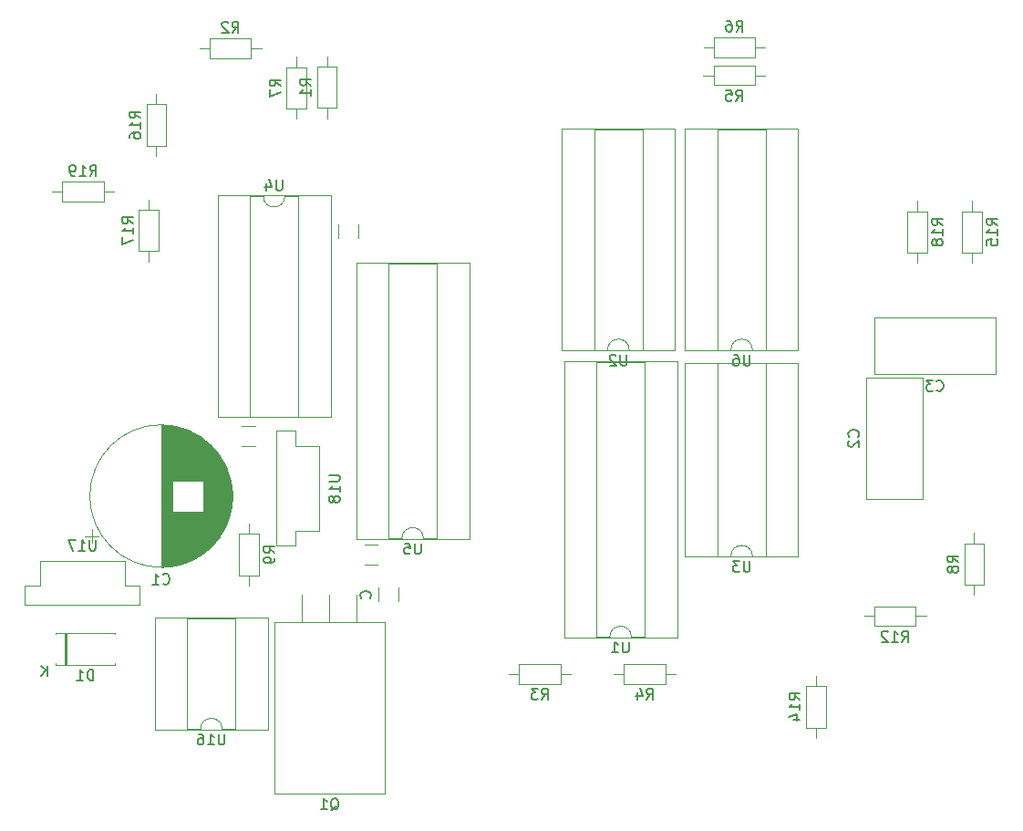
<source format=gbr>
%TF.GenerationSoftware,KiCad,Pcbnew,5.1.10-88a1d61d58~90~ubuntu20.04.1*%
%TF.CreationDate,2021-10-14T14:42:22+02:00*%
%TF.ProjectId,menelaos,6d656e65-6c61-46f7-932e-6b696361645f,rev?*%
%TF.SameCoordinates,Original*%
%TF.FileFunction,Legend,Bot*%
%TF.FilePolarity,Positive*%
%FSLAX46Y46*%
G04 Gerber Fmt 4.6, Leading zero omitted, Abs format (unit mm)*
G04 Created by KiCad (PCBNEW 5.1.10-88a1d61d58~90~ubuntu20.04.1) date 2021-10-14 14:42:22*
%MOMM*%
%LPD*%
G01*
G04 APERTURE LIST*
%ADD10C,0.120000*%
%ADD11C,0.150000*%
G04 APERTURE END LIST*
D10*
%TO.C,Murata-Ceramic-Capacitor-50v1-22uF1*%
X148220000Y-135779000D02*
X148220000Y-134521000D01*
X146380000Y-135779000D02*
X146380000Y-134521000D01*
%TO.C,C2*%
X191680000Y-115030000D02*
X191680000Y-126270000D01*
X196920000Y-115030000D02*
X196920000Y-126270000D01*
X191680000Y-115030000D02*
X196920000Y-115030000D01*
X191680000Y-126270000D02*
X196920000Y-126270000D01*
%TO.C,C3*%
X192430000Y-114670000D02*
X203670000Y-114670000D01*
X192430000Y-109430000D02*
X203670000Y-109430000D01*
X192430000Y-114670000D02*
X192430000Y-109430000D01*
X203670000Y-114670000D02*
X203670000Y-109430000D01*
%TO.C,Murata-Ceramic-Capacitor-50v1-22uF2*%
X146329000Y-130530000D02*
X145071000Y-130530000D01*
X146329000Y-132370000D02*
X145071000Y-132370000D01*
%TO.C,Murata-Ceramic-Capacitor-50v1-22uF3*%
X144520000Y-102079000D02*
X144520000Y-100821000D01*
X142680000Y-102079000D02*
X142680000Y-100821000D01*
%TO.C,Murata-Ceramic-Capacitor-50v1-22uF4*%
X134929000Y-119480000D02*
X133671000Y-119480000D01*
X134929000Y-121320000D02*
X133671000Y-121320000D01*
%TO.C,U16*%
X129860000Y-147630000D02*
X128610000Y-147630000D01*
X128610000Y-147630000D02*
X128610000Y-137350000D01*
X128610000Y-137350000D02*
X133110000Y-137350000D01*
X133110000Y-137350000D02*
X133110000Y-147630000D01*
X133110000Y-147630000D02*
X131860000Y-147630000D01*
X125610000Y-147690000D02*
X125610000Y-137290000D01*
X125610000Y-137290000D02*
X136110000Y-137290000D01*
X136110000Y-137290000D02*
X136110000Y-147690000D01*
X136110000Y-147690000D02*
X125610000Y-147690000D01*
X131860000Y-147630000D02*
G75*
G03*
X129860000Y-147630000I-1000000J0D01*
G01*
%TO.C,C1*%
X132820000Y-126000000D02*
G75*
G03*
X132820000Y-126000000I-6620000J0D01*
G01*
X126200000Y-132580000D02*
X126200000Y-119420000D01*
X126240000Y-132580000D02*
X126240000Y-119420000D01*
X126280000Y-132580000D02*
X126280000Y-119420000D01*
X126320000Y-132579000D02*
X126320000Y-119421000D01*
X126360000Y-132579000D02*
X126360000Y-119421000D01*
X126400000Y-132577000D02*
X126400000Y-119423000D01*
X126440000Y-132576000D02*
X126440000Y-119424000D01*
X126480000Y-132575000D02*
X126480000Y-119425000D01*
X126520000Y-132573000D02*
X126520000Y-119427000D01*
X126560000Y-132571000D02*
X126560000Y-119429000D01*
X126600000Y-132568000D02*
X126600000Y-119432000D01*
X126640000Y-132566000D02*
X126640000Y-119434000D01*
X126680000Y-132563000D02*
X126680000Y-119437000D01*
X126720000Y-132560000D02*
X126720000Y-119440000D01*
X126760000Y-132557000D02*
X126760000Y-119443000D01*
X126800000Y-132553000D02*
X126800000Y-119447000D01*
X126840000Y-132549000D02*
X126840000Y-119451000D01*
X126880000Y-132545000D02*
X126880000Y-119455000D01*
X126921000Y-132541000D02*
X126921000Y-119459000D01*
X126961000Y-132537000D02*
X126961000Y-119463000D01*
X127001000Y-132532000D02*
X127001000Y-119468000D01*
X127041000Y-132527000D02*
X127041000Y-119473000D01*
X127081000Y-132522000D02*
X127081000Y-119478000D01*
X127121000Y-132516000D02*
X127121000Y-119484000D01*
X127161000Y-132511000D02*
X127161000Y-119489000D01*
X127201000Y-132505000D02*
X127201000Y-119495000D01*
X127241000Y-132498000D02*
X127241000Y-119502000D01*
X127281000Y-132492000D02*
X127281000Y-127440000D01*
X127281000Y-124560000D02*
X127281000Y-119508000D01*
X127321000Y-132485000D02*
X127321000Y-127440000D01*
X127321000Y-124560000D02*
X127321000Y-119515000D01*
X127361000Y-132478000D02*
X127361000Y-127440000D01*
X127361000Y-124560000D02*
X127361000Y-119522000D01*
X127401000Y-132471000D02*
X127401000Y-127440000D01*
X127401000Y-124560000D02*
X127401000Y-119529000D01*
X127441000Y-132463000D02*
X127441000Y-127440000D01*
X127441000Y-124560000D02*
X127441000Y-119537000D01*
X127481000Y-132456000D02*
X127481000Y-127440000D01*
X127481000Y-124560000D02*
X127481000Y-119544000D01*
X127521000Y-132448000D02*
X127521000Y-127440000D01*
X127521000Y-124560000D02*
X127521000Y-119552000D01*
X127561000Y-132439000D02*
X127561000Y-127440000D01*
X127561000Y-124560000D02*
X127561000Y-119561000D01*
X127601000Y-132431000D02*
X127601000Y-127440000D01*
X127601000Y-124560000D02*
X127601000Y-119569000D01*
X127641000Y-132422000D02*
X127641000Y-127440000D01*
X127641000Y-124560000D02*
X127641000Y-119578000D01*
X127681000Y-132413000D02*
X127681000Y-127440000D01*
X127681000Y-124560000D02*
X127681000Y-119587000D01*
X127721000Y-132404000D02*
X127721000Y-127440000D01*
X127721000Y-124560000D02*
X127721000Y-119596000D01*
X127761000Y-132394000D02*
X127761000Y-127440000D01*
X127761000Y-124560000D02*
X127761000Y-119606000D01*
X127801000Y-132384000D02*
X127801000Y-127440000D01*
X127801000Y-124560000D02*
X127801000Y-119616000D01*
X127841000Y-132374000D02*
X127841000Y-127440000D01*
X127841000Y-124560000D02*
X127841000Y-119626000D01*
X127881000Y-132364000D02*
X127881000Y-127440000D01*
X127881000Y-124560000D02*
X127881000Y-119636000D01*
X127921000Y-132353000D02*
X127921000Y-127440000D01*
X127921000Y-124560000D02*
X127921000Y-119647000D01*
X127961000Y-132342000D02*
X127961000Y-127440000D01*
X127961000Y-124560000D02*
X127961000Y-119658000D01*
X128001000Y-132331000D02*
X128001000Y-127440000D01*
X128001000Y-124560000D02*
X128001000Y-119669000D01*
X128041000Y-132320000D02*
X128041000Y-127440000D01*
X128041000Y-124560000D02*
X128041000Y-119680000D01*
X128081000Y-132308000D02*
X128081000Y-127440000D01*
X128081000Y-124560000D02*
X128081000Y-119692000D01*
X128121000Y-132296000D02*
X128121000Y-127440000D01*
X128121000Y-124560000D02*
X128121000Y-119704000D01*
X128161000Y-132284000D02*
X128161000Y-127440000D01*
X128161000Y-124560000D02*
X128161000Y-119716000D01*
X128201000Y-132271000D02*
X128201000Y-127440000D01*
X128201000Y-124560000D02*
X128201000Y-119729000D01*
X128241000Y-132258000D02*
X128241000Y-127440000D01*
X128241000Y-124560000D02*
X128241000Y-119742000D01*
X128281000Y-132245000D02*
X128281000Y-127440000D01*
X128281000Y-124560000D02*
X128281000Y-119755000D01*
X128321000Y-132232000D02*
X128321000Y-127440000D01*
X128321000Y-124560000D02*
X128321000Y-119768000D01*
X128361000Y-132218000D02*
X128361000Y-127440000D01*
X128361000Y-124560000D02*
X128361000Y-119782000D01*
X128401000Y-132204000D02*
X128401000Y-127440000D01*
X128401000Y-124560000D02*
X128401000Y-119796000D01*
X128441000Y-132190000D02*
X128441000Y-127440000D01*
X128441000Y-124560000D02*
X128441000Y-119810000D01*
X128481000Y-132175000D02*
X128481000Y-127440000D01*
X128481000Y-124560000D02*
X128481000Y-119825000D01*
X128521000Y-132161000D02*
X128521000Y-127440000D01*
X128521000Y-124560000D02*
X128521000Y-119839000D01*
X128561000Y-132146000D02*
X128561000Y-127440000D01*
X128561000Y-124560000D02*
X128561000Y-119854000D01*
X128601000Y-132130000D02*
X128601000Y-127440000D01*
X128601000Y-124560000D02*
X128601000Y-119870000D01*
X128641000Y-132114000D02*
X128641000Y-127440000D01*
X128641000Y-124560000D02*
X128641000Y-119886000D01*
X128681000Y-132098000D02*
X128681000Y-127440000D01*
X128681000Y-124560000D02*
X128681000Y-119902000D01*
X128721000Y-132082000D02*
X128721000Y-127440000D01*
X128721000Y-124560000D02*
X128721000Y-119918000D01*
X128761000Y-132065000D02*
X128761000Y-127440000D01*
X128761000Y-124560000D02*
X128761000Y-119935000D01*
X128801000Y-132049000D02*
X128801000Y-127440000D01*
X128801000Y-124560000D02*
X128801000Y-119951000D01*
X128841000Y-132031000D02*
X128841000Y-127440000D01*
X128841000Y-124560000D02*
X128841000Y-119969000D01*
X128881000Y-132014000D02*
X128881000Y-127440000D01*
X128881000Y-124560000D02*
X128881000Y-119986000D01*
X128921000Y-131996000D02*
X128921000Y-127440000D01*
X128921000Y-124560000D02*
X128921000Y-120004000D01*
X128961000Y-131978000D02*
X128961000Y-127440000D01*
X128961000Y-124560000D02*
X128961000Y-120022000D01*
X129001000Y-131959000D02*
X129001000Y-127440000D01*
X129001000Y-124560000D02*
X129001000Y-120041000D01*
X129041000Y-131940000D02*
X129041000Y-127440000D01*
X129041000Y-124560000D02*
X129041000Y-120060000D01*
X129081000Y-131921000D02*
X129081000Y-127440000D01*
X129081000Y-124560000D02*
X129081000Y-120079000D01*
X129121000Y-131902000D02*
X129121000Y-127440000D01*
X129121000Y-124560000D02*
X129121000Y-120098000D01*
X129161000Y-131882000D02*
X129161000Y-127440000D01*
X129161000Y-124560000D02*
X129161000Y-120118000D01*
X129201000Y-131862000D02*
X129201000Y-127440000D01*
X129201000Y-124560000D02*
X129201000Y-120138000D01*
X129241000Y-131841000D02*
X129241000Y-127440000D01*
X129241000Y-124560000D02*
X129241000Y-120159000D01*
X129281000Y-131820000D02*
X129281000Y-127440000D01*
X129281000Y-124560000D02*
X129281000Y-120180000D01*
X129321000Y-131799000D02*
X129321000Y-127440000D01*
X129321000Y-124560000D02*
X129321000Y-120201000D01*
X129361000Y-131778000D02*
X129361000Y-127440000D01*
X129361000Y-124560000D02*
X129361000Y-120222000D01*
X129401000Y-131756000D02*
X129401000Y-127440000D01*
X129401000Y-124560000D02*
X129401000Y-120244000D01*
X129441000Y-131733000D02*
X129441000Y-127440000D01*
X129441000Y-124560000D02*
X129441000Y-120267000D01*
X129481000Y-131711000D02*
X129481000Y-127440000D01*
X129481000Y-124560000D02*
X129481000Y-120289000D01*
X129521000Y-131688000D02*
X129521000Y-127440000D01*
X129521000Y-124560000D02*
X129521000Y-120312000D01*
X129561000Y-131664000D02*
X129561000Y-127440000D01*
X129561000Y-124560000D02*
X129561000Y-120336000D01*
X129601000Y-131641000D02*
X129601000Y-127440000D01*
X129601000Y-124560000D02*
X129601000Y-120359000D01*
X129641000Y-131617000D02*
X129641000Y-127440000D01*
X129641000Y-124560000D02*
X129641000Y-120383000D01*
X129681000Y-131592000D02*
X129681000Y-127440000D01*
X129681000Y-124560000D02*
X129681000Y-120408000D01*
X129721000Y-131567000D02*
X129721000Y-127440000D01*
X129721000Y-124560000D02*
X129721000Y-120433000D01*
X129761000Y-131542000D02*
X129761000Y-127440000D01*
X129761000Y-124560000D02*
X129761000Y-120458000D01*
X129801000Y-131516000D02*
X129801000Y-127440000D01*
X129801000Y-124560000D02*
X129801000Y-120484000D01*
X129841000Y-131490000D02*
X129841000Y-127440000D01*
X129841000Y-124560000D02*
X129841000Y-120510000D01*
X129881000Y-131463000D02*
X129881000Y-127440000D01*
X129881000Y-124560000D02*
X129881000Y-120537000D01*
X129921000Y-131436000D02*
X129921000Y-127440000D01*
X129921000Y-124560000D02*
X129921000Y-120564000D01*
X129961000Y-131409000D02*
X129961000Y-127440000D01*
X129961000Y-124560000D02*
X129961000Y-120591000D01*
X130001000Y-131381000D02*
X130001000Y-127440000D01*
X130001000Y-124560000D02*
X130001000Y-120619000D01*
X130041000Y-131353000D02*
X130041000Y-127440000D01*
X130041000Y-124560000D02*
X130041000Y-120647000D01*
X130081000Y-131324000D02*
X130081000Y-127440000D01*
X130081000Y-124560000D02*
X130081000Y-120676000D01*
X130121000Y-131295000D02*
X130121000Y-127440000D01*
X130121000Y-124560000D02*
X130121000Y-120705000D01*
X130161000Y-131265000D02*
X130161000Y-120735000D01*
X130201000Y-131235000D02*
X130201000Y-120765000D01*
X130241000Y-131205000D02*
X130241000Y-120795000D01*
X130281000Y-131174000D02*
X130281000Y-120826000D01*
X130321000Y-131142000D02*
X130321000Y-120858000D01*
X130361000Y-131110000D02*
X130361000Y-120890000D01*
X130401000Y-131078000D02*
X130401000Y-120922000D01*
X130441000Y-131044000D02*
X130441000Y-120956000D01*
X130481000Y-131011000D02*
X130481000Y-120989000D01*
X130521000Y-130977000D02*
X130521000Y-121023000D01*
X130561000Y-130942000D02*
X130561000Y-121058000D01*
X130601000Y-130907000D02*
X130601000Y-121093000D01*
X130641000Y-130871000D02*
X130641000Y-121129000D01*
X130681000Y-130834000D02*
X130681000Y-121166000D01*
X130721000Y-130797000D02*
X130721000Y-121203000D01*
X130761000Y-130760000D02*
X130761000Y-121240000D01*
X130801000Y-130721000D02*
X130801000Y-121279000D01*
X130841000Y-130682000D02*
X130841000Y-121318000D01*
X130881000Y-130643000D02*
X130881000Y-121357000D01*
X130921000Y-130602000D02*
X130921000Y-121398000D01*
X130961000Y-130561000D02*
X130961000Y-121439000D01*
X131001000Y-130519000D02*
X131001000Y-121481000D01*
X131041000Y-130477000D02*
X131041000Y-121523000D01*
X131081000Y-130434000D02*
X131081000Y-121566000D01*
X131121000Y-130390000D02*
X131121000Y-121610000D01*
X131161000Y-130345000D02*
X131161000Y-121655000D01*
X131201000Y-130299000D02*
X131201000Y-121701000D01*
X131241000Y-130253000D02*
X131241000Y-121747000D01*
X131281000Y-130205000D02*
X131281000Y-121795000D01*
X131321000Y-130157000D02*
X131321000Y-121843000D01*
X131361000Y-130108000D02*
X131361000Y-121892000D01*
X131401000Y-130057000D02*
X131401000Y-121943000D01*
X131441000Y-130006000D02*
X131441000Y-121994000D01*
X131481000Y-129954000D02*
X131481000Y-122046000D01*
X131521000Y-129900000D02*
X131521000Y-122100000D01*
X131561000Y-129846000D02*
X131561000Y-122154000D01*
X131601000Y-129790000D02*
X131601000Y-122210000D01*
X131641000Y-129733000D02*
X131641000Y-122267000D01*
X131681000Y-129675000D02*
X131681000Y-122325000D01*
X131721000Y-129615000D02*
X131721000Y-122385000D01*
X131761000Y-129554000D02*
X131761000Y-122446000D01*
X131801000Y-129491000D02*
X131801000Y-122509000D01*
X131841000Y-129427000D02*
X131841000Y-122573000D01*
X131881000Y-129361000D02*
X131881000Y-122639000D01*
X131921000Y-129293000D02*
X131921000Y-122707000D01*
X131961000Y-129223000D02*
X131961000Y-122777000D01*
X132001000Y-129152000D02*
X132001000Y-122848000D01*
X132041000Y-129078000D02*
X132041000Y-122922000D01*
X132081000Y-129002000D02*
X132081000Y-122998000D01*
X132121000Y-128923000D02*
X132121000Y-123077000D01*
X132161000Y-128842000D02*
X132161000Y-123158000D01*
X132201000Y-128758000D02*
X132201000Y-123242000D01*
X132241000Y-128670000D02*
X132241000Y-123330000D01*
X132281000Y-128579000D02*
X132281000Y-123421000D01*
X132321000Y-128484000D02*
X132321000Y-123516000D01*
X132361000Y-128385000D02*
X132361000Y-123615000D01*
X132401000Y-128281000D02*
X132401000Y-123719000D01*
X132441000Y-128171000D02*
X132441000Y-123829000D01*
X132481000Y-128055000D02*
X132481000Y-123945000D01*
X132521000Y-127931000D02*
X132521000Y-124069000D01*
X132561000Y-127798000D02*
X132561000Y-124202000D01*
X132601000Y-127653000D02*
X132601000Y-124347000D01*
X132641000Y-127494000D02*
X132641000Y-124506000D01*
X132681000Y-127315000D02*
X132681000Y-124685000D01*
X132721000Y-127107000D02*
X132721000Y-124893000D01*
X132761000Y-126850000D02*
X132761000Y-125150000D01*
X132801000Y-126475000D02*
X132801000Y-125525000D01*
X119115431Y-129715000D02*
X120415431Y-129715000D01*
X119765431Y-130365000D02*
X119765431Y-129065000D01*
%TO.C,D1*%
X116440000Y-141515000D02*
X116440000Y-141645000D01*
X116440000Y-141645000D02*
X121880000Y-141645000D01*
X121880000Y-141645000D02*
X121880000Y-141515000D01*
X116440000Y-138835000D02*
X116440000Y-138705000D01*
X116440000Y-138705000D02*
X121880000Y-138705000D01*
X121880000Y-138705000D02*
X121880000Y-138835000D01*
X117340000Y-141645000D02*
X117340000Y-138705000D01*
X117460000Y-141645000D02*
X117460000Y-138705000D01*
X117220000Y-141645000D02*
X117220000Y-138705000D01*
%TO.C,Q1*%
X136720000Y-137740000D02*
X146960000Y-137740000D01*
X136720000Y-153630000D02*
X146960000Y-153630000D01*
X136720000Y-153630000D02*
X136720000Y-137740000D01*
X146960000Y-153630000D02*
X146960000Y-137740000D01*
X139300000Y-137740000D02*
X139300000Y-135200000D01*
X141840000Y-137740000D02*
X141840000Y-135200000D01*
X144380000Y-137740000D02*
X144380000Y-135200000D01*
%TO.C,R1*%
X141600000Y-90930000D02*
X141600000Y-89980000D01*
X141600000Y-85190000D02*
X141600000Y-86140000D01*
X140680000Y-89980000D02*
X140680000Y-86140000D01*
X142520000Y-89980000D02*
X140680000Y-89980000D01*
X142520000Y-86140000D02*
X142520000Y-89980000D01*
X140680000Y-86140000D02*
X142520000Y-86140000D01*
%TO.C,R2*%
X134560000Y-83530000D02*
X134560000Y-85370000D01*
X134560000Y-85370000D02*
X130720000Y-85370000D01*
X130720000Y-85370000D02*
X130720000Y-83530000D01*
X130720000Y-83530000D02*
X134560000Y-83530000D01*
X135510000Y-84450000D02*
X134560000Y-84450000D01*
X129770000Y-84450000D02*
X130720000Y-84450000D01*
%TO.C,R3*%
X159440000Y-143420000D02*
X159440000Y-141580000D01*
X159440000Y-141580000D02*
X163280000Y-141580000D01*
X163280000Y-141580000D02*
X163280000Y-143420000D01*
X163280000Y-143420000D02*
X159440000Y-143420000D01*
X158490000Y-142500000D02*
X159440000Y-142500000D01*
X164230000Y-142500000D02*
X163280000Y-142500000D01*
%TO.C,R4*%
X169190000Y-143420000D02*
X169190000Y-141580000D01*
X169190000Y-141580000D02*
X173030000Y-141580000D01*
X173030000Y-141580000D02*
X173030000Y-143420000D01*
X173030000Y-143420000D02*
X169190000Y-143420000D01*
X168240000Y-142500000D02*
X169190000Y-142500000D01*
X173980000Y-142500000D02*
X173030000Y-142500000D01*
%TO.C,R5*%
X182280000Y-86950000D02*
X181330000Y-86950000D01*
X176540000Y-86950000D02*
X177490000Y-86950000D01*
X181330000Y-87870000D02*
X177490000Y-87870000D01*
X181330000Y-86030000D02*
X181330000Y-87870000D01*
X177490000Y-86030000D02*
X181330000Y-86030000D01*
X177490000Y-87870000D02*
X177490000Y-86030000D01*
%TO.C,R6*%
X181360000Y-83430000D02*
X181360000Y-85270000D01*
X181360000Y-85270000D02*
X177520000Y-85270000D01*
X177520000Y-85270000D02*
X177520000Y-83430000D01*
X177520000Y-83430000D02*
X181360000Y-83430000D01*
X182310000Y-84350000D02*
X181360000Y-84350000D01*
X176570000Y-84350000D02*
X177520000Y-84350000D01*
%TO.C,R7*%
X137830000Y-86190000D02*
X139670000Y-86190000D01*
X139670000Y-86190000D02*
X139670000Y-90030000D01*
X139670000Y-90030000D02*
X137830000Y-90030000D01*
X137830000Y-90030000D02*
X137830000Y-86190000D01*
X138750000Y-85240000D02*
X138750000Y-86190000D01*
X138750000Y-90980000D02*
X138750000Y-90030000D01*
%TO.C,R8*%
X201700000Y-135180000D02*
X201700000Y-134230000D01*
X201700000Y-129440000D02*
X201700000Y-130390000D01*
X200780000Y-134230000D02*
X200780000Y-130390000D01*
X202620000Y-134230000D02*
X200780000Y-134230000D01*
X202620000Y-130390000D02*
X202620000Y-134230000D01*
X200780000Y-130390000D02*
X202620000Y-130390000D01*
%TO.C,R9*%
X134375000Y-128570000D02*
X134375000Y-129520000D01*
X134375000Y-134310000D02*
X134375000Y-133360000D01*
X135295000Y-129520000D02*
X135295000Y-133360000D01*
X133455000Y-129520000D02*
X135295000Y-129520000D01*
X133455000Y-133360000D02*
X133455000Y-129520000D01*
X135295000Y-133360000D02*
X133455000Y-133360000D01*
%TO.C,R12*%
X192440000Y-138070000D02*
X192440000Y-136230000D01*
X192440000Y-136230000D02*
X196280000Y-136230000D01*
X196280000Y-136230000D02*
X196280000Y-138070000D01*
X196280000Y-138070000D02*
X192440000Y-138070000D01*
X191490000Y-137150000D02*
X192440000Y-137150000D01*
X197230000Y-137150000D02*
X196280000Y-137150000D01*
%TO.C,R14*%
X186080000Y-143640000D02*
X187920000Y-143640000D01*
X187920000Y-143640000D02*
X187920000Y-147480000D01*
X187920000Y-147480000D02*
X186080000Y-147480000D01*
X186080000Y-147480000D02*
X186080000Y-143640000D01*
X187000000Y-142690000D02*
X187000000Y-143640000D01*
X187000000Y-148430000D02*
X187000000Y-147480000D01*
%TO.C,R15*%
X202420000Y-103410000D02*
X200580000Y-103410000D01*
X200580000Y-103410000D02*
X200580000Y-99570000D01*
X200580000Y-99570000D02*
X202420000Y-99570000D01*
X202420000Y-99570000D02*
X202420000Y-103410000D01*
X201500000Y-104360000D02*
X201500000Y-103410000D01*
X201500000Y-98620000D02*
X201500000Y-99570000D01*
%TO.C,R16*%
X124830000Y-89640000D02*
X126670000Y-89640000D01*
X126670000Y-89640000D02*
X126670000Y-93480000D01*
X126670000Y-93480000D02*
X124830000Y-93480000D01*
X124830000Y-93480000D02*
X124830000Y-89640000D01*
X125750000Y-88690000D02*
X125750000Y-89640000D01*
X125750000Y-94430000D02*
X125750000Y-93480000D01*
%TO.C,R17*%
X125050000Y-104230000D02*
X125050000Y-103280000D01*
X125050000Y-98490000D02*
X125050000Y-99440000D01*
X124130000Y-103280000D02*
X124130000Y-99440000D01*
X125970000Y-103280000D02*
X124130000Y-103280000D01*
X125970000Y-99440000D02*
X125970000Y-103280000D01*
X124130000Y-99440000D02*
X125970000Y-99440000D01*
%TO.C,R18*%
X197320000Y-103410000D02*
X195480000Y-103410000D01*
X195480000Y-103410000D02*
X195480000Y-99570000D01*
X195480000Y-99570000D02*
X197320000Y-99570000D01*
X197320000Y-99570000D02*
X197320000Y-103410000D01*
X196400000Y-104360000D02*
X196400000Y-103410000D01*
X196400000Y-98620000D02*
X196400000Y-99570000D01*
%TO.C,R19*%
X116070000Y-97750000D02*
X117020000Y-97750000D01*
X121810000Y-97750000D02*
X120860000Y-97750000D01*
X117020000Y-96830000D02*
X120860000Y-96830000D01*
X117020000Y-98670000D02*
X117020000Y-96830000D01*
X120860000Y-98670000D02*
X117020000Y-98670000D01*
X120860000Y-96830000D02*
X120860000Y-98670000D01*
%TO.C,U1*%
X174110000Y-139140000D02*
X163610000Y-139140000D01*
X174110000Y-113500000D02*
X174110000Y-139140000D01*
X163610000Y-113500000D02*
X174110000Y-113500000D01*
X163610000Y-139140000D02*
X163610000Y-113500000D01*
X171110000Y-139080000D02*
X169860000Y-139080000D01*
X171110000Y-113560000D02*
X171110000Y-139080000D01*
X166610000Y-113560000D02*
X171110000Y-113560000D01*
X166610000Y-139080000D02*
X166610000Y-113560000D01*
X167860000Y-139080000D02*
X166610000Y-139080000D01*
X169860000Y-139080000D02*
G75*
G03*
X167860000Y-139080000I-1000000J0D01*
G01*
%TO.C,U2*%
X167660000Y-112430000D02*
X166410000Y-112430000D01*
X166410000Y-112430000D02*
X166410000Y-91990000D01*
X166410000Y-91990000D02*
X170910000Y-91990000D01*
X170910000Y-91990000D02*
X170910000Y-112430000D01*
X170910000Y-112430000D02*
X169660000Y-112430000D01*
X163410000Y-112490000D02*
X163410000Y-91930000D01*
X163410000Y-91930000D02*
X173910000Y-91930000D01*
X173910000Y-91930000D02*
X173910000Y-112490000D01*
X173910000Y-112490000D02*
X163410000Y-112490000D01*
X169660000Y-112430000D02*
G75*
G03*
X167660000Y-112430000I-1000000J0D01*
G01*
%TO.C,U3*%
X179110000Y-131580000D02*
X177860000Y-131580000D01*
X177860000Y-131580000D02*
X177860000Y-113680000D01*
X177860000Y-113680000D02*
X182360000Y-113680000D01*
X182360000Y-113680000D02*
X182360000Y-131580000D01*
X182360000Y-131580000D02*
X181110000Y-131580000D01*
X174860000Y-131640000D02*
X174860000Y-113620000D01*
X174860000Y-113620000D02*
X185360000Y-113620000D01*
X185360000Y-113620000D02*
X185360000Y-131640000D01*
X185360000Y-131640000D02*
X174860000Y-131640000D01*
X181110000Y-131580000D02*
G75*
G03*
X179110000Y-131580000I-1000000J0D01*
G01*
%TO.C,U4*%
X131440000Y-98110000D02*
X141940000Y-98110000D01*
X131440000Y-118670000D02*
X131440000Y-98110000D01*
X141940000Y-118670000D02*
X131440000Y-118670000D01*
X141940000Y-98110000D02*
X141940000Y-118670000D01*
X134440000Y-98170000D02*
X135690000Y-98170000D01*
X134440000Y-118610000D02*
X134440000Y-98170000D01*
X138940000Y-118610000D02*
X134440000Y-118610000D01*
X138940000Y-98170000D02*
X138940000Y-118610000D01*
X137690000Y-98170000D02*
X138940000Y-98170000D01*
X135690000Y-98170000D02*
G75*
G03*
X137690000Y-98170000I1000000J0D01*
G01*
%TO.C,U5*%
X148560000Y-129930000D02*
X147310000Y-129930000D01*
X147310000Y-129930000D02*
X147310000Y-104410000D01*
X147310000Y-104410000D02*
X151810000Y-104410000D01*
X151810000Y-104410000D02*
X151810000Y-129930000D01*
X151810000Y-129930000D02*
X150560000Y-129930000D01*
X144310000Y-129990000D02*
X144310000Y-104350000D01*
X144310000Y-104350000D02*
X154810000Y-104350000D01*
X154810000Y-104350000D02*
X154810000Y-129990000D01*
X154810000Y-129990000D02*
X144310000Y-129990000D01*
X150560000Y-129930000D02*
G75*
G03*
X148560000Y-129930000I-1000000J0D01*
G01*
%TO.C,U6*%
X179110000Y-112430000D02*
X177860000Y-112430000D01*
X177860000Y-112430000D02*
X177860000Y-91990000D01*
X177860000Y-91990000D02*
X182360000Y-91990000D01*
X182360000Y-91990000D02*
X182360000Y-112430000D01*
X182360000Y-112430000D02*
X181110000Y-112430000D01*
X174860000Y-112490000D02*
X174860000Y-91930000D01*
X174860000Y-91930000D02*
X185360000Y-91930000D01*
X185360000Y-91930000D02*
X185360000Y-112490000D01*
X185360000Y-112490000D02*
X174860000Y-112490000D01*
X181110000Y-112430000D02*
G75*
G03*
X179110000Y-112430000I-1000000J0D01*
G01*
%TO.C,U17*%
X113560000Y-136070000D02*
X113560000Y-134290000D01*
X124230000Y-136070000D02*
X113560000Y-136070000D01*
X124230000Y-134300000D02*
X124230000Y-136070000D01*
X124230000Y-134290000D02*
X122830000Y-134290000D01*
X122830000Y-134290000D02*
X122830000Y-132050000D01*
X122830000Y-132050000D02*
X114950000Y-132050000D01*
X114950000Y-132050000D02*
X114950000Y-134290000D01*
X114950000Y-134290000D02*
X113560000Y-134290000D01*
%TO.C,U18*%
X138660000Y-121350000D02*
X138660000Y-119960000D01*
X140900000Y-121350000D02*
X138660000Y-121350000D01*
X140900000Y-129230000D02*
X140900000Y-121350000D01*
X138660000Y-129230000D02*
X140900000Y-129230000D01*
X138660000Y-130630000D02*
X138660000Y-129230000D01*
X138650000Y-130630000D02*
X136880000Y-130630000D01*
X136880000Y-130630000D02*
X136880000Y-119960000D01*
X136880000Y-119960000D02*
X138660000Y-119960000D01*
%TO.C,Murata-Ceramic-Capacitor-50v1-22uF1*%
D11*
X145607142Y-135459523D02*
X145654761Y-135411904D01*
X145702380Y-135269047D01*
X145702380Y-135173809D01*
X145654761Y-135030952D01*
X145559523Y-134935714D01*
X145464285Y-134888095D01*
X145273809Y-134840476D01*
X145130952Y-134840476D01*
X144940476Y-134888095D01*
X144845238Y-134935714D01*
X144750000Y-135030952D01*
X144702380Y-135173809D01*
X144702380Y-135269047D01*
X144750000Y-135411904D01*
X144797619Y-135459523D01*
%TO.C,C2*%
X190907142Y-120483333D02*
X190954761Y-120435714D01*
X191002380Y-120292857D01*
X191002380Y-120197619D01*
X190954761Y-120054761D01*
X190859523Y-119959523D01*
X190764285Y-119911904D01*
X190573809Y-119864285D01*
X190430952Y-119864285D01*
X190240476Y-119911904D01*
X190145238Y-119959523D01*
X190050000Y-120054761D01*
X190002380Y-120197619D01*
X190002380Y-120292857D01*
X190050000Y-120435714D01*
X190097619Y-120483333D01*
X190097619Y-120864285D02*
X190050000Y-120911904D01*
X190002380Y-121007142D01*
X190002380Y-121245238D01*
X190050000Y-121340476D01*
X190097619Y-121388095D01*
X190192857Y-121435714D01*
X190288095Y-121435714D01*
X190430952Y-121388095D01*
X191002380Y-120816666D01*
X191002380Y-121435714D01*
%TO.C,C3*%
X198216666Y-116157142D02*
X198264285Y-116204761D01*
X198407142Y-116252380D01*
X198502380Y-116252380D01*
X198645238Y-116204761D01*
X198740476Y-116109523D01*
X198788095Y-116014285D01*
X198835714Y-115823809D01*
X198835714Y-115680952D01*
X198788095Y-115490476D01*
X198740476Y-115395238D01*
X198645238Y-115300000D01*
X198502380Y-115252380D01*
X198407142Y-115252380D01*
X198264285Y-115300000D01*
X198216666Y-115347619D01*
X197883333Y-115252380D02*
X197264285Y-115252380D01*
X197597619Y-115633333D01*
X197454761Y-115633333D01*
X197359523Y-115680952D01*
X197311904Y-115728571D01*
X197264285Y-115823809D01*
X197264285Y-116061904D01*
X197311904Y-116157142D01*
X197359523Y-116204761D01*
X197454761Y-116252380D01*
X197740476Y-116252380D01*
X197835714Y-116204761D01*
X197883333Y-116157142D01*
%TO.C,U16*%
X132098095Y-148082380D02*
X132098095Y-148891904D01*
X132050476Y-148987142D01*
X132002857Y-149034761D01*
X131907619Y-149082380D01*
X131717142Y-149082380D01*
X131621904Y-149034761D01*
X131574285Y-148987142D01*
X131526666Y-148891904D01*
X131526666Y-148082380D01*
X130526666Y-149082380D02*
X131098095Y-149082380D01*
X130812380Y-149082380D02*
X130812380Y-148082380D01*
X130907619Y-148225238D01*
X131002857Y-148320476D01*
X131098095Y-148368095D01*
X129669523Y-148082380D02*
X129860000Y-148082380D01*
X129955238Y-148130000D01*
X130002857Y-148177619D01*
X130098095Y-148320476D01*
X130145714Y-148510952D01*
X130145714Y-148891904D01*
X130098095Y-148987142D01*
X130050476Y-149034761D01*
X129955238Y-149082380D01*
X129764761Y-149082380D01*
X129669523Y-149034761D01*
X129621904Y-148987142D01*
X129574285Y-148891904D01*
X129574285Y-148653809D01*
X129621904Y-148558571D01*
X129669523Y-148510952D01*
X129764761Y-148463333D01*
X129955238Y-148463333D01*
X130050476Y-148510952D01*
X130098095Y-148558571D01*
X130145714Y-148653809D01*
%TO.C,C1*%
X126366666Y-134107142D02*
X126414285Y-134154761D01*
X126557142Y-134202380D01*
X126652380Y-134202380D01*
X126795238Y-134154761D01*
X126890476Y-134059523D01*
X126938095Y-133964285D01*
X126985714Y-133773809D01*
X126985714Y-133630952D01*
X126938095Y-133440476D01*
X126890476Y-133345238D01*
X126795238Y-133250000D01*
X126652380Y-133202380D01*
X126557142Y-133202380D01*
X126414285Y-133250000D01*
X126366666Y-133297619D01*
X125414285Y-134202380D02*
X125985714Y-134202380D01*
X125700000Y-134202380D02*
X125700000Y-133202380D01*
X125795238Y-133345238D01*
X125890476Y-133440476D01*
X125985714Y-133488095D01*
%TO.C,D1*%
X119898095Y-143097380D02*
X119898095Y-142097380D01*
X119660000Y-142097380D01*
X119517142Y-142145000D01*
X119421904Y-142240238D01*
X119374285Y-142335476D01*
X119326666Y-142525952D01*
X119326666Y-142668809D01*
X119374285Y-142859285D01*
X119421904Y-142954523D01*
X119517142Y-143049761D01*
X119660000Y-143097380D01*
X119898095Y-143097380D01*
X118374285Y-143097380D02*
X118945714Y-143097380D01*
X118660000Y-143097380D02*
X118660000Y-142097380D01*
X118755238Y-142240238D01*
X118850476Y-142335476D01*
X118945714Y-142383095D01*
X115611904Y-142727380D02*
X115611904Y-141727380D01*
X115040476Y-142727380D02*
X115469047Y-142155952D01*
X115040476Y-141727380D02*
X115611904Y-142298809D01*
%TO.C,Q1*%
X141935238Y-155177619D02*
X142030476Y-155130000D01*
X142125714Y-155034761D01*
X142268571Y-154891904D01*
X142363809Y-154844285D01*
X142459047Y-154844285D01*
X142411428Y-155082380D02*
X142506666Y-155034761D01*
X142601904Y-154939523D01*
X142649523Y-154749047D01*
X142649523Y-154415714D01*
X142601904Y-154225238D01*
X142506666Y-154130000D01*
X142411428Y-154082380D01*
X142220952Y-154082380D01*
X142125714Y-154130000D01*
X142030476Y-154225238D01*
X141982857Y-154415714D01*
X141982857Y-154749047D01*
X142030476Y-154939523D01*
X142125714Y-155034761D01*
X142220952Y-155082380D01*
X142411428Y-155082380D01*
X141030476Y-155082380D02*
X141601904Y-155082380D01*
X141316190Y-155082380D02*
X141316190Y-154082380D01*
X141411428Y-154225238D01*
X141506666Y-154320476D01*
X141601904Y-154368095D01*
%TO.C,R1*%
X140132380Y-87893333D02*
X139656190Y-87560000D01*
X140132380Y-87321904D02*
X139132380Y-87321904D01*
X139132380Y-87702857D01*
X139180000Y-87798095D01*
X139227619Y-87845714D01*
X139322857Y-87893333D01*
X139465714Y-87893333D01*
X139560952Y-87845714D01*
X139608571Y-87798095D01*
X139656190Y-87702857D01*
X139656190Y-87321904D01*
X140132380Y-88845714D02*
X140132380Y-88274285D01*
X140132380Y-88560000D02*
X139132380Y-88560000D01*
X139275238Y-88464761D01*
X139370476Y-88369523D01*
X139418095Y-88274285D01*
%TO.C,R2*%
X132806666Y-82982380D02*
X133140000Y-82506190D01*
X133378095Y-82982380D02*
X133378095Y-81982380D01*
X132997142Y-81982380D01*
X132901904Y-82030000D01*
X132854285Y-82077619D01*
X132806666Y-82172857D01*
X132806666Y-82315714D01*
X132854285Y-82410952D01*
X132901904Y-82458571D01*
X132997142Y-82506190D01*
X133378095Y-82506190D01*
X132425714Y-82077619D02*
X132378095Y-82030000D01*
X132282857Y-81982380D01*
X132044761Y-81982380D01*
X131949523Y-82030000D01*
X131901904Y-82077619D01*
X131854285Y-82172857D01*
X131854285Y-82268095D01*
X131901904Y-82410952D01*
X132473333Y-82982380D01*
X131854285Y-82982380D01*
%TO.C,R3*%
X161526666Y-144872380D02*
X161860000Y-144396190D01*
X162098095Y-144872380D02*
X162098095Y-143872380D01*
X161717142Y-143872380D01*
X161621904Y-143920000D01*
X161574285Y-143967619D01*
X161526666Y-144062857D01*
X161526666Y-144205714D01*
X161574285Y-144300952D01*
X161621904Y-144348571D01*
X161717142Y-144396190D01*
X162098095Y-144396190D01*
X161193333Y-143872380D02*
X160574285Y-143872380D01*
X160907619Y-144253333D01*
X160764761Y-144253333D01*
X160669523Y-144300952D01*
X160621904Y-144348571D01*
X160574285Y-144443809D01*
X160574285Y-144681904D01*
X160621904Y-144777142D01*
X160669523Y-144824761D01*
X160764761Y-144872380D01*
X161050476Y-144872380D01*
X161145714Y-144824761D01*
X161193333Y-144777142D01*
%TO.C,R4*%
X171276666Y-144872380D02*
X171610000Y-144396190D01*
X171848095Y-144872380D02*
X171848095Y-143872380D01*
X171467142Y-143872380D01*
X171371904Y-143920000D01*
X171324285Y-143967619D01*
X171276666Y-144062857D01*
X171276666Y-144205714D01*
X171324285Y-144300952D01*
X171371904Y-144348571D01*
X171467142Y-144396190D01*
X171848095Y-144396190D01*
X170419523Y-144205714D02*
X170419523Y-144872380D01*
X170657619Y-143824761D02*
X170895714Y-144539047D01*
X170276666Y-144539047D01*
%TO.C,R5*%
X179576666Y-89322380D02*
X179910000Y-88846190D01*
X180148095Y-89322380D02*
X180148095Y-88322380D01*
X179767142Y-88322380D01*
X179671904Y-88370000D01*
X179624285Y-88417619D01*
X179576666Y-88512857D01*
X179576666Y-88655714D01*
X179624285Y-88750952D01*
X179671904Y-88798571D01*
X179767142Y-88846190D01*
X180148095Y-88846190D01*
X178671904Y-88322380D02*
X179148095Y-88322380D01*
X179195714Y-88798571D01*
X179148095Y-88750952D01*
X179052857Y-88703333D01*
X178814761Y-88703333D01*
X178719523Y-88750952D01*
X178671904Y-88798571D01*
X178624285Y-88893809D01*
X178624285Y-89131904D01*
X178671904Y-89227142D01*
X178719523Y-89274761D01*
X178814761Y-89322380D01*
X179052857Y-89322380D01*
X179148095Y-89274761D01*
X179195714Y-89227142D01*
%TO.C,R6*%
X179606666Y-82882380D02*
X179940000Y-82406190D01*
X180178095Y-82882380D02*
X180178095Y-81882380D01*
X179797142Y-81882380D01*
X179701904Y-81930000D01*
X179654285Y-81977619D01*
X179606666Y-82072857D01*
X179606666Y-82215714D01*
X179654285Y-82310952D01*
X179701904Y-82358571D01*
X179797142Y-82406190D01*
X180178095Y-82406190D01*
X178749523Y-81882380D02*
X178940000Y-81882380D01*
X179035238Y-81930000D01*
X179082857Y-81977619D01*
X179178095Y-82120476D01*
X179225714Y-82310952D01*
X179225714Y-82691904D01*
X179178095Y-82787142D01*
X179130476Y-82834761D01*
X179035238Y-82882380D01*
X178844761Y-82882380D01*
X178749523Y-82834761D01*
X178701904Y-82787142D01*
X178654285Y-82691904D01*
X178654285Y-82453809D01*
X178701904Y-82358571D01*
X178749523Y-82310952D01*
X178844761Y-82263333D01*
X179035238Y-82263333D01*
X179130476Y-82310952D01*
X179178095Y-82358571D01*
X179225714Y-82453809D01*
%TO.C,R7*%
X137282380Y-87943333D02*
X136806190Y-87610000D01*
X137282380Y-87371904D02*
X136282380Y-87371904D01*
X136282380Y-87752857D01*
X136330000Y-87848095D01*
X136377619Y-87895714D01*
X136472857Y-87943333D01*
X136615714Y-87943333D01*
X136710952Y-87895714D01*
X136758571Y-87848095D01*
X136806190Y-87752857D01*
X136806190Y-87371904D01*
X136282380Y-88276666D02*
X136282380Y-88943333D01*
X137282380Y-88514761D01*
%TO.C,R8*%
X200232380Y-132143333D02*
X199756190Y-131810000D01*
X200232380Y-131571904D02*
X199232380Y-131571904D01*
X199232380Y-131952857D01*
X199280000Y-132048095D01*
X199327619Y-132095714D01*
X199422857Y-132143333D01*
X199565714Y-132143333D01*
X199660952Y-132095714D01*
X199708571Y-132048095D01*
X199756190Y-131952857D01*
X199756190Y-131571904D01*
X199660952Y-132714761D02*
X199613333Y-132619523D01*
X199565714Y-132571904D01*
X199470476Y-132524285D01*
X199422857Y-132524285D01*
X199327619Y-132571904D01*
X199280000Y-132619523D01*
X199232380Y-132714761D01*
X199232380Y-132905238D01*
X199280000Y-133000476D01*
X199327619Y-133048095D01*
X199422857Y-133095714D01*
X199470476Y-133095714D01*
X199565714Y-133048095D01*
X199613333Y-133000476D01*
X199660952Y-132905238D01*
X199660952Y-132714761D01*
X199708571Y-132619523D01*
X199756190Y-132571904D01*
X199851428Y-132524285D01*
X200041904Y-132524285D01*
X200137142Y-132571904D01*
X200184761Y-132619523D01*
X200232380Y-132714761D01*
X200232380Y-132905238D01*
X200184761Y-133000476D01*
X200137142Y-133048095D01*
X200041904Y-133095714D01*
X199851428Y-133095714D01*
X199756190Y-133048095D01*
X199708571Y-133000476D01*
X199660952Y-132905238D01*
%TO.C,R9*%
X136747380Y-131273333D02*
X136271190Y-130940000D01*
X136747380Y-130701904D02*
X135747380Y-130701904D01*
X135747380Y-131082857D01*
X135795000Y-131178095D01*
X135842619Y-131225714D01*
X135937857Y-131273333D01*
X136080714Y-131273333D01*
X136175952Y-131225714D01*
X136223571Y-131178095D01*
X136271190Y-131082857D01*
X136271190Y-130701904D01*
X136747380Y-131749523D02*
X136747380Y-131940000D01*
X136699761Y-132035238D01*
X136652142Y-132082857D01*
X136509285Y-132178095D01*
X136318809Y-132225714D01*
X135937857Y-132225714D01*
X135842619Y-132178095D01*
X135795000Y-132130476D01*
X135747380Y-132035238D01*
X135747380Y-131844761D01*
X135795000Y-131749523D01*
X135842619Y-131701904D01*
X135937857Y-131654285D01*
X136175952Y-131654285D01*
X136271190Y-131701904D01*
X136318809Y-131749523D01*
X136366428Y-131844761D01*
X136366428Y-132035238D01*
X136318809Y-132130476D01*
X136271190Y-132178095D01*
X136175952Y-132225714D01*
%TO.C,R12*%
X195002857Y-139522380D02*
X195336190Y-139046190D01*
X195574285Y-139522380D02*
X195574285Y-138522380D01*
X195193333Y-138522380D01*
X195098095Y-138570000D01*
X195050476Y-138617619D01*
X195002857Y-138712857D01*
X195002857Y-138855714D01*
X195050476Y-138950952D01*
X195098095Y-138998571D01*
X195193333Y-139046190D01*
X195574285Y-139046190D01*
X194050476Y-139522380D02*
X194621904Y-139522380D01*
X194336190Y-139522380D02*
X194336190Y-138522380D01*
X194431428Y-138665238D01*
X194526666Y-138760476D01*
X194621904Y-138808095D01*
X193669523Y-138617619D02*
X193621904Y-138570000D01*
X193526666Y-138522380D01*
X193288571Y-138522380D01*
X193193333Y-138570000D01*
X193145714Y-138617619D01*
X193098095Y-138712857D01*
X193098095Y-138808095D01*
X193145714Y-138950952D01*
X193717142Y-139522380D01*
X193098095Y-139522380D01*
%TO.C,R14*%
X185532380Y-144917142D02*
X185056190Y-144583809D01*
X185532380Y-144345714D02*
X184532380Y-144345714D01*
X184532380Y-144726666D01*
X184580000Y-144821904D01*
X184627619Y-144869523D01*
X184722857Y-144917142D01*
X184865714Y-144917142D01*
X184960952Y-144869523D01*
X185008571Y-144821904D01*
X185056190Y-144726666D01*
X185056190Y-144345714D01*
X185532380Y-145869523D02*
X185532380Y-145298095D01*
X185532380Y-145583809D02*
X184532380Y-145583809D01*
X184675238Y-145488571D01*
X184770476Y-145393333D01*
X184818095Y-145298095D01*
X184865714Y-146726666D02*
X185532380Y-146726666D01*
X184484761Y-146488571D02*
X185199047Y-146250476D01*
X185199047Y-146869523D01*
%TO.C,R15*%
X203872380Y-100847142D02*
X203396190Y-100513809D01*
X203872380Y-100275714D02*
X202872380Y-100275714D01*
X202872380Y-100656666D01*
X202920000Y-100751904D01*
X202967619Y-100799523D01*
X203062857Y-100847142D01*
X203205714Y-100847142D01*
X203300952Y-100799523D01*
X203348571Y-100751904D01*
X203396190Y-100656666D01*
X203396190Y-100275714D01*
X203872380Y-101799523D02*
X203872380Y-101228095D01*
X203872380Y-101513809D02*
X202872380Y-101513809D01*
X203015238Y-101418571D01*
X203110476Y-101323333D01*
X203158095Y-101228095D01*
X202872380Y-102704285D02*
X202872380Y-102228095D01*
X203348571Y-102180476D01*
X203300952Y-102228095D01*
X203253333Y-102323333D01*
X203253333Y-102561428D01*
X203300952Y-102656666D01*
X203348571Y-102704285D01*
X203443809Y-102751904D01*
X203681904Y-102751904D01*
X203777142Y-102704285D01*
X203824761Y-102656666D01*
X203872380Y-102561428D01*
X203872380Y-102323333D01*
X203824761Y-102228095D01*
X203777142Y-102180476D01*
%TO.C,R16*%
X124282380Y-90917142D02*
X123806190Y-90583809D01*
X124282380Y-90345714D02*
X123282380Y-90345714D01*
X123282380Y-90726666D01*
X123330000Y-90821904D01*
X123377619Y-90869523D01*
X123472857Y-90917142D01*
X123615714Y-90917142D01*
X123710952Y-90869523D01*
X123758571Y-90821904D01*
X123806190Y-90726666D01*
X123806190Y-90345714D01*
X124282380Y-91869523D02*
X124282380Y-91298095D01*
X124282380Y-91583809D02*
X123282380Y-91583809D01*
X123425238Y-91488571D01*
X123520476Y-91393333D01*
X123568095Y-91298095D01*
X123282380Y-92726666D02*
X123282380Y-92536190D01*
X123330000Y-92440952D01*
X123377619Y-92393333D01*
X123520476Y-92298095D01*
X123710952Y-92250476D01*
X124091904Y-92250476D01*
X124187142Y-92298095D01*
X124234761Y-92345714D01*
X124282380Y-92440952D01*
X124282380Y-92631428D01*
X124234761Y-92726666D01*
X124187142Y-92774285D01*
X124091904Y-92821904D01*
X123853809Y-92821904D01*
X123758571Y-92774285D01*
X123710952Y-92726666D01*
X123663333Y-92631428D01*
X123663333Y-92440952D01*
X123710952Y-92345714D01*
X123758571Y-92298095D01*
X123853809Y-92250476D01*
%TO.C,R17*%
X123582380Y-100717142D02*
X123106190Y-100383809D01*
X123582380Y-100145714D02*
X122582380Y-100145714D01*
X122582380Y-100526666D01*
X122630000Y-100621904D01*
X122677619Y-100669523D01*
X122772857Y-100717142D01*
X122915714Y-100717142D01*
X123010952Y-100669523D01*
X123058571Y-100621904D01*
X123106190Y-100526666D01*
X123106190Y-100145714D01*
X123582380Y-101669523D02*
X123582380Y-101098095D01*
X123582380Y-101383809D02*
X122582380Y-101383809D01*
X122725238Y-101288571D01*
X122820476Y-101193333D01*
X122868095Y-101098095D01*
X122582380Y-102002857D02*
X122582380Y-102669523D01*
X123582380Y-102240952D01*
%TO.C,R18*%
X198772380Y-100847142D02*
X198296190Y-100513809D01*
X198772380Y-100275714D02*
X197772380Y-100275714D01*
X197772380Y-100656666D01*
X197820000Y-100751904D01*
X197867619Y-100799523D01*
X197962857Y-100847142D01*
X198105714Y-100847142D01*
X198200952Y-100799523D01*
X198248571Y-100751904D01*
X198296190Y-100656666D01*
X198296190Y-100275714D01*
X198772380Y-101799523D02*
X198772380Y-101228095D01*
X198772380Y-101513809D02*
X197772380Y-101513809D01*
X197915238Y-101418571D01*
X198010476Y-101323333D01*
X198058095Y-101228095D01*
X198200952Y-102370952D02*
X198153333Y-102275714D01*
X198105714Y-102228095D01*
X198010476Y-102180476D01*
X197962857Y-102180476D01*
X197867619Y-102228095D01*
X197820000Y-102275714D01*
X197772380Y-102370952D01*
X197772380Y-102561428D01*
X197820000Y-102656666D01*
X197867619Y-102704285D01*
X197962857Y-102751904D01*
X198010476Y-102751904D01*
X198105714Y-102704285D01*
X198153333Y-102656666D01*
X198200952Y-102561428D01*
X198200952Y-102370952D01*
X198248571Y-102275714D01*
X198296190Y-102228095D01*
X198391428Y-102180476D01*
X198581904Y-102180476D01*
X198677142Y-102228095D01*
X198724761Y-102275714D01*
X198772380Y-102370952D01*
X198772380Y-102561428D01*
X198724761Y-102656666D01*
X198677142Y-102704285D01*
X198581904Y-102751904D01*
X198391428Y-102751904D01*
X198296190Y-102704285D01*
X198248571Y-102656666D01*
X198200952Y-102561428D01*
%TO.C,R19*%
X119582857Y-96282380D02*
X119916190Y-95806190D01*
X120154285Y-96282380D02*
X120154285Y-95282380D01*
X119773333Y-95282380D01*
X119678095Y-95330000D01*
X119630476Y-95377619D01*
X119582857Y-95472857D01*
X119582857Y-95615714D01*
X119630476Y-95710952D01*
X119678095Y-95758571D01*
X119773333Y-95806190D01*
X120154285Y-95806190D01*
X118630476Y-96282380D02*
X119201904Y-96282380D01*
X118916190Y-96282380D02*
X118916190Y-95282380D01*
X119011428Y-95425238D01*
X119106666Y-95520476D01*
X119201904Y-95568095D01*
X118154285Y-96282380D02*
X117963809Y-96282380D01*
X117868571Y-96234761D01*
X117820952Y-96187142D01*
X117725714Y-96044285D01*
X117678095Y-95853809D01*
X117678095Y-95472857D01*
X117725714Y-95377619D01*
X117773333Y-95330000D01*
X117868571Y-95282380D01*
X118059047Y-95282380D01*
X118154285Y-95330000D01*
X118201904Y-95377619D01*
X118249523Y-95472857D01*
X118249523Y-95710952D01*
X118201904Y-95806190D01*
X118154285Y-95853809D01*
X118059047Y-95901428D01*
X117868571Y-95901428D01*
X117773333Y-95853809D01*
X117725714Y-95806190D01*
X117678095Y-95710952D01*
%TO.C,U1*%
X169621904Y-139532380D02*
X169621904Y-140341904D01*
X169574285Y-140437142D01*
X169526666Y-140484761D01*
X169431428Y-140532380D01*
X169240952Y-140532380D01*
X169145714Y-140484761D01*
X169098095Y-140437142D01*
X169050476Y-140341904D01*
X169050476Y-139532380D01*
X168050476Y-140532380D02*
X168621904Y-140532380D01*
X168336190Y-140532380D02*
X168336190Y-139532380D01*
X168431428Y-139675238D01*
X168526666Y-139770476D01*
X168621904Y-139818095D01*
%TO.C,U2*%
X169421904Y-112882380D02*
X169421904Y-113691904D01*
X169374285Y-113787142D01*
X169326666Y-113834761D01*
X169231428Y-113882380D01*
X169040952Y-113882380D01*
X168945714Y-113834761D01*
X168898095Y-113787142D01*
X168850476Y-113691904D01*
X168850476Y-112882380D01*
X168421904Y-112977619D02*
X168374285Y-112930000D01*
X168279047Y-112882380D01*
X168040952Y-112882380D01*
X167945714Y-112930000D01*
X167898095Y-112977619D01*
X167850476Y-113072857D01*
X167850476Y-113168095D01*
X167898095Y-113310952D01*
X168469523Y-113882380D01*
X167850476Y-113882380D01*
%TO.C,U3*%
X180871904Y-132032380D02*
X180871904Y-132841904D01*
X180824285Y-132937142D01*
X180776666Y-132984761D01*
X180681428Y-133032380D01*
X180490952Y-133032380D01*
X180395714Y-132984761D01*
X180348095Y-132937142D01*
X180300476Y-132841904D01*
X180300476Y-132032380D01*
X179919523Y-132032380D02*
X179300476Y-132032380D01*
X179633809Y-132413333D01*
X179490952Y-132413333D01*
X179395714Y-132460952D01*
X179348095Y-132508571D01*
X179300476Y-132603809D01*
X179300476Y-132841904D01*
X179348095Y-132937142D01*
X179395714Y-132984761D01*
X179490952Y-133032380D01*
X179776666Y-133032380D01*
X179871904Y-132984761D01*
X179919523Y-132937142D01*
%TO.C,U4*%
X137451904Y-96622380D02*
X137451904Y-97431904D01*
X137404285Y-97527142D01*
X137356666Y-97574761D01*
X137261428Y-97622380D01*
X137070952Y-97622380D01*
X136975714Y-97574761D01*
X136928095Y-97527142D01*
X136880476Y-97431904D01*
X136880476Y-96622380D01*
X135975714Y-96955714D02*
X135975714Y-97622380D01*
X136213809Y-96574761D02*
X136451904Y-97289047D01*
X135832857Y-97289047D01*
%TO.C,U5*%
X150321904Y-130382380D02*
X150321904Y-131191904D01*
X150274285Y-131287142D01*
X150226666Y-131334761D01*
X150131428Y-131382380D01*
X149940952Y-131382380D01*
X149845714Y-131334761D01*
X149798095Y-131287142D01*
X149750476Y-131191904D01*
X149750476Y-130382380D01*
X148798095Y-130382380D02*
X149274285Y-130382380D01*
X149321904Y-130858571D01*
X149274285Y-130810952D01*
X149179047Y-130763333D01*
X148940952Y-130763333D01*
X148845714Y-130810952D01*
X148798095Y-130858571D01*
X148750476Y-130953809D01*
X148750476Y-131191904D01*
X148798095Y-131287142D01*
X148845714Y-131334761D01*
X148940952Y-131382380D01*
X149179047Y-131382380D01*
X149274285Y-131334761D01*
X149321904Y-131287142D01*
%TO.C,U6*%
X180871904Y-112882380D02*
X180871904Y-113691904D01*
X180824285Y-113787142D01*
X180776666Y-113834761D01*
X180681428Y-113882380D01*
X180490952Y-113882380D01*
X180395714Y-113834761D01*
X180348095Y-113787142D01*
X180300476Y-113691904D01*
X180300476Y-112882380D01*
X179395714Y-112882380D02*
X179586190Y-112882380D01*
X179681428Y-112930000D01*
X179729047Y-112977619D01*
X179824285Y-113120476D01*
X179871904Y-113310952D01*
X179871904Y-113691904D01*
X179824285Y-113787142D01*
X179776666Y-113834761D01*
X179681428Y-113882380D01*
X179490952Y-113882380D01*
X179395714Y-113834761D01*
X179348095Y-113787142D01*
X179300476Y-113691904D01*
X179300476Y-113453809D01*
X179348095Y-113358571D01*
X179395714Y-113310952D01*
X179490952Y-113263333D01*
X179681428Y-113263333D01*
X179776666Y-113310952D01*
X179824285Y-113358571D01*
X179871904Y-113453809D01*
%TO.C,U17*%
X120128095Y-130062380D02*
X120128095Y-130871904D01*
X120080476Y-130967142D01*
X120032857Y-131014761D01*
X119937619Y-131062380D01*
X119747142Y-131062380D01*
X119651904Y-131014761D01*
X119604285Y-130967142D01*
X119556666Y-130871904D01*
X119556666Y-130062380D01*
X118556666Y-131062380D02*
X119128095Y-131062380D01*
X118842380Y-131062380D02*
X118842380Y-130062380D01*
X118937619Y-130205238D01*
X119032857Y-130300476D01*
X119128095Y-130348095D01*
X118223333Y-130062380D02*
X117556666Y-130062380D01*
X117985238Y-131062380D01*
%TO.C,U18*%
X141792380Y-124051904D02*
X142601904Y-124051904D01*
X142697142Y-124099523D01*
X142744761Y-124147142D01*
X142792380Y-124242380D01*
X142792380Y-124432857D01*
X142744761Y-124528095D01*
X142697142Y-124575714D01*
X142601904Y-124623333D01*
X141792380Y-124623333D01*
X142792380Y-125623333D02*
X142792380Y-125051904D01*
X142792380Y-125337619D02*
X141792380Y-125337619D01*
X141935238Y-125242380D01*
X142030476Y-125147142D01*
X142078095Y-125051904D01*
X142220952Y-126194761D02*
X142173333Y-126099523D01*
X142125714Y-126051904D01*
X142030476Y-126004285D01*
X141982857Y-126004285D01*
X141887619Y-126051904D01*
X141840000Y-126099523D01*
X141792380Y-126194761D01*
X141792380Y-126385238D01*
X141840000Y-126480476D01*
X141887619Y-126528095D01*
X141982857Y-126575714D01*
X142030476Y-126575714D01*
X142125714Y-126528095D01*
X142173333Y-126480476D01*
X142220952Y-126385238D01*
X142220952Y-126194761D01*
X142268571Y-126099523D01*
X142316190Y-126051904D01*
X142411428Y-126004285D01*
X142601904Y-126004285D01*
X142697142Y-126051904D01*
X142744761Y-126099523D01*
X142792380Y-126194761D01*
X142792380Y-126385238D01*
X142744761Y-126480476D01*
X142697142Y-126528095D01*
X142601904Y-126575714D01*
X142411428Y-126575714D01*
X142316190Y-126528095D01*
X142268571Y-126480476D01*
X142220952Y-126385238D01*
%TD*%
M02*

</source>
